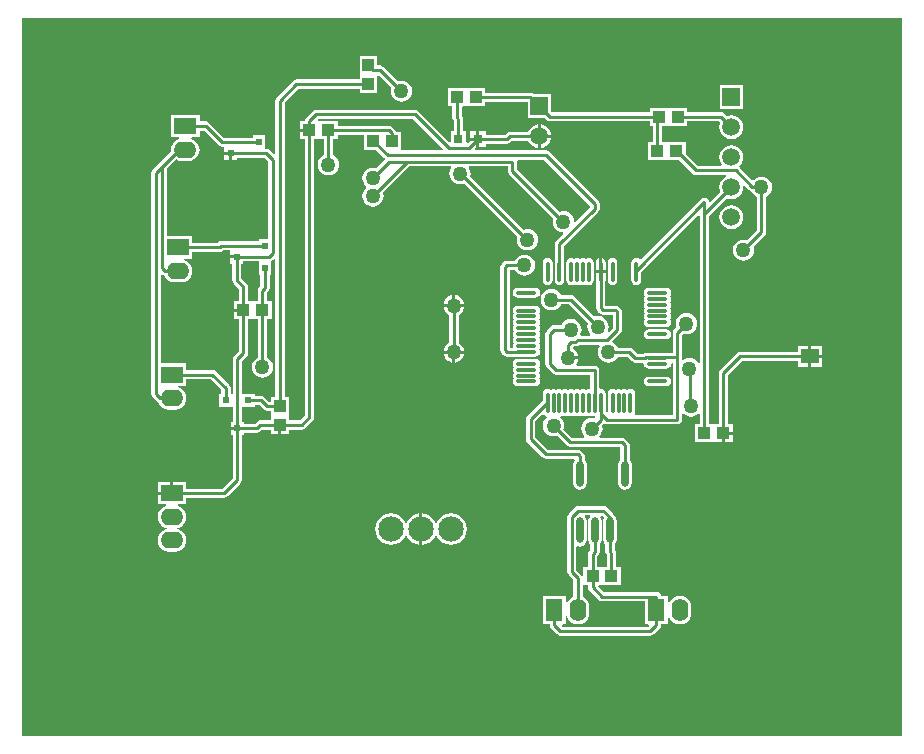
<source format=gtl>
G04*
G04 #@! TF.GenerationSoftware,Altium Limited,Altium Designer,19.1.5 (86)*
G04*
G04 Layer_Physical_Order=1*
G04 Layer_Color=255*
%FSLAX25Y25*%
%MOIN*%
G70*
G01*
G75*
%ADD15C,0.01000*%
%ADD19R,0.02441X0.02264*%
%ADD20R,0.04134X0.03937*%
%ADD21O,0.02362X0.08661*%
%ADD22R,0.06122X0.05118*%
%ADD23R,0.03937X0.04134*%
%ADD24R,0.03150X0.03150*%
%ADD25R,0.02264X0.02441*%
%ADD43O,0.07087X0.01181*%
%ADD44O,0.01181X0.07087*%
%ADD45O,0.05500X0.07500*%
%ADD46R,0.05500X0.07500*%
%ADD47R,0.05906X0.05906*%
%ADD48C,0.05906*%
%ADD49O,0.07500X0.05500*%
%ADD50R,0.07500X0.05500*%
%ADD51C,0.08465*%
%ADD52C,0.05000*%
G36*
X509971Y404366D02*
Y165029D01*
X216529D01*
Y166000D01*
Y404471D01*
X509867D01*
X509971Y404366D01*
D02*
G37*
%LPC*%
G36*
X334968Y391717D02*
X329031D01*
Y385917D01*
X329031Y385583D01*
X329031Y385083D01*
Y383880D01*
X308000D01*
X307415Y383763D01*
X306919Y383432D01*
X301419Y377932D01*
X301087Y377436D01*
X300971Y376850D01*
Y359105D01*
X300509Y358914D01*
X299081Y360341D01*
X298585Y360673D01*
X298000Y360789D01*
X297632D01*
Y365220D01*
X293368D01*
Y364529D01*
X283834D01*
X278907Y369455D01*
X278411Y369787D01*
X277826Y369903D01*
X275750D01*
Y372124D01*
X266250D01*
Y364624D01*
X268912D01*
X269021Y364154D01*
X268109Y363776D01*
X267325Y363175D01*
X266724Y362391D01*
X266347Y361479D01*
X266218Y360500D01*
X266278Y360041D01*
X262119Y355881D01*
X260119Y353881D01*
X259787Y353385D01*
X259671Y352800D01*
Y279000D01*
X259787Y278415D01*
X260119Y277919D01*
X261493Y276545D01*
X261989Y276213D01*
X262030Y276205D01*
X262224Y275735D01*
X262825Y274952D01*
X263609Y274350D01*
X264521Y273973D01*
X265500Y273844D01*
X267500D01*
X268479Y273973D01*
X269391Y274350D01*
X270175Y274952D01*
X270776Y275735D01*
X271153Y276647D01*
X271282Y277626D01*
X271153Y278605D01*
X270776Y279517D01*
X270175Y280300D01*
X269391Y280902D01*
X268479Y281279D01*
X268588Y281750D01*
X271250D01*
Y283971D01*
X279366D01*
X282990Y280347D01*
Y279132D01*
X282299D01*
Y274868D01*
X286730D01*
Y269777D01*
X286039D01*
Y268146D01*
X288260D01*
Y267146D01*
X286039D01*
Y265514D01*
X286730D01*
Y250893D01*
X283366Y247529D01*
X271250D01*
Y249750D01*
X267000D01*
Y246000D01*
X266500D01*
Y245500D01*
X261750D01*
Y242250D01*
X264412D01*
X264521Y241779D01*
X263609Y241402D01*
X262825Y240800D01*
X262224Y240017D01*
X261846Y239105D01*
X261718Y238126D01*
X261846Y237147D01*
X262224Y236235D01*
X262825Y235452D01*
X263609Y234850D01*
X264521Y234472D01*
X264759Y234441D01*
Y233937D01*
X264521Y233906D01*
X263609Y233528D01*
X262825Y232927D01*
X262224Y232143D01*
X261846Y231231D01*
X261718Y230252D01*
X261846Y229273D01*
X262224Y228361D01*
X262825Y227577D01*
X263609Y226976D01*
X264521Y226599D01*
X265500Y226470D01*
X267500D01*
X268479Y226599D01*
X269391Y226976D01*
X270175Y227577D01*
X270776Y228361D01*
X271153Y229273D01*
X271282Y230252D01*
X271153Y231231D01*
X270776Y232143D01*
X270175Y232927D01*
X269391Y233528D01*
X268479Y233906D01*
X268241Y233937D01*
Y234441D01*
X268479Y234472D01*
X269391Y234850D01*
X270175Y235452D01*
X270776Y236235D01*
X271153Y237147D01*
X271282Y238126D01*
X271153Y239105D01*
X270776Y240017D01*
X270175Y240800D01*
X269391Y241402D01*
X268479Y241779D01*
X268588Y242250D01*
X271250D01*
Y244471D01*
X284000D01*
X284585Y244587D01*
X285081Y244919D01*
X289341Y249178D01*
X289673Y249675D01*
X289789Y250260D01*
Y265514D01*
X290480D01*
Y266116D01*
X294800D01*
X295385Y266233D01*
X295881Y266564D01*
X296489Y267171D01*
X299532D01*
Y265634D01*
X302000D01*
Y268701D01*
X303000D01*
Y265634D01*
X305469D01*
Y267171D01*
X309800D01*
X310385Y267288D01*
X310881Y267619D01*
X313432Y270170D01*
X313763Y270666D01*
X313880Y271251D01*
Y364032D01*
X315417D01*
Y364032D01*
X315583D01*
Y364032D01*
X317120D01*
Y358675D01*
X316884Y358577D01*
X316153Y358016D01*
X315592Y357285D01*
X315240Y356433D01*
X315119Y355520D01*
X315240Y354606D01*
X315592Y353754D01*
X316153Y353023D01*
X316884Y352462D01*
X317736Y352110D01*
X318650Y351989D01*
X319563Y352110D01*
X320415Y352462D01*
X321146Y353023D01*
X321707Y353754D01*
X322059Y354606D01*
X322180Y355520D01*
X322059Y356433D01*
X321707Y357285D01*
X321146Y358016D01*
X320415Y358577D01*
X320179Y358675D01*
Y364032D01*
X321716D01*
Y365471D01*
X330433D01*
Y360531D01*
X334404D01*
X337297Y357639D01*
X337376Y357586D01*
X337425Y357088D01*
X334649Y354312D01*
X334414Y354410D01*
X333500Y354530D01*
X332586Y354410D01*
X331735Y354057D01*
X331004Y353496D01*
X330443Y352765D01*
X330090Y351914D01*
X329970Y351000D01*
X330090Y350086D01*
X330443Y349235D01*
X331004Y348504D01*
X331334Y348250D01*
Y347750D01*
X331004Y347496D01*
X330443Y346765D01*
X330090Y345914D01*
X329970Y345000D01*
X330090Y344086D01*
X330443Y343235D01*
X331004Y342504D01*
X331735Y341943D01*
X332586Y341590D01*
X333500Y341470D01*
X334414Y341590D01*
X335265Y341943D01*
X335996Y342504D01*
X336557Y343235D01*
X336910Y344086D01*
X337030Y345000D01*
X336910Y345914D01*
X336812Y346149D01*
X345634Y354971D01*
X359419D01*
X359640Y354522D01*
X359443Y354265D01*
X359090Y353414D01*
X358970Y352500D01*
X359090Y351586D01*
X359443Y350735D01*
X360004Y350004D01*
X360735Y349443D01*
X361586Y349090D01*
X362500Y348970D01*
X363414Y349090D01*
X364003Y349334D01*
X381688Y331649D01*
X381590Y331414D01*
X381470Y330500D01*
X381590Y329586D01*
X381943Y328735D01*
X382504Y328004D01*
X383235Y327443D01*
X384086Y327090D01*
X385000Y326970D01*
X385914Y327090D01*
X386765Y327443D01*
X387496Y328004D01*
X388057Y328735D01*
X388410Y329586D01*
X388530Y330500D01*
X388410Y331414D01*
X388057Y332265D01*
X387496Y332996D01*
X386765Y333557D01*
X385914Y333910D01*
X385000Y334030D01*
X384086Y333910D01*
X383851Y333812D01*
X365929Y351734D01*
X366030Y352500D01*
X365910Y353414D01*
X365557Y354265D01*
X365360Y354522D01*
X365581Y354971D01*
X378471D01*
Y353500D01*
X378587Y352915D01*
X378919Y352419D01*
X393688Y337649D01*
X393590Y337414D01*
X393470Y336500D01*
X393590Y335586D01*
X393943Y334735D01*
X394504Y334004D01*
X395235Y333443D01*
X396086Y333090D01*
X396799Y332996D01*
X397003Y332492D01*
X394592Y330081D01*
X394260Y329585D01*
X394144Y329000D01*
Y323267D01*
X394052Y322803D01*
Y316898D01*
X394175Y316277D01*
X394527Y315751D01*
X395053Y315399D01*
X395673Y315276D01*
X396294Y315399D01*
X396820Y315751D01*
X397171Y316277D01*
X397295Y316898D01*
Y322803D01*
X397203Y323267D01*
Y328366D01*
X408581Y339745D01*
X408913Y340242D01*
X409029Y340827D01*
Y342500D01*
X408913Y343085D01*
X408581Y343581D01*
X392361Y359802D01*
X391865Y360133D01*
X391280Y360250D01*
X367566D01*
X367375Y360712D01*
X368000Y361337D01*
Y363500D01*
X365837D01*
X365079Y362742D01*
X364579Y362949D01*
Y366575D01*
X363533D01*
Y370700D01*
X363417Y371285D01*
X363085Y371781D01*
X363029Y371837D01*
Y374678D01*
X363383Y375031D01*
X364567Y375031D01*
X365067Y375031D01*
X370866D01*
Y376471D01*
X385047D01*
Y371047D01*
X390790D01*
X391419Y370419D01*
X391915Y370087D01*
X392500Y369971D01*
X425783D01*
Y368531D01*
X426821D01*
Y362968D01*
X425283D01*
Y357031D01*
X431083D01*
X431417Y357031D01*
X431917Y357031D01*
X435554D01*
X440119Y352466D01*
X440616Y352134D01*
X441201Y352018D01*
X451064D01*
X451164Y351518D01*
X451007Y351453D01*
X450181Y350819D01*
X449547Y349993D01*
X449149Y349032D01*
X449013Y348000D01*
X449149Y346968D01*
X449341Y346504D01*
X445996Y343159D01*
X445454Y343324D01*
X445413Y343529D01*
X445081Y344025D01*
X444585Y344356D01*
X444000Y344473D01*
X443415Y344356D01*
X442919Y344025D01*
X442850Y343922D01*
X422836Y323908D01*
X422410Y323950D01*
X421884Y324301D01*
X421264Y324425D01*
X420643Y324301D01*
X420117Y323950D01*
X419766Y323424D01*
X419642Y322803D01*
Y316898D01*
X419766Y316277D01*
X420117Y315751D01*
X420643Y315399D01*
X421264Y315276D01*
X421884Y315399D01*
X422410Y315751D01*
X422762Y316277D01*
X422886Y316898D01*
Y319632D01*
X441971Y338717D01*
X442471Y338510D01*
Y289507D01*
X441971Y289378D01*
X441496Y289996D01*
X440765Y290557D01*
X439914Y290910D01*
X439000Y291030D01*
X438086Y290910D01*
X437235Y290557D01*
X436978Y290360D01*
X436529Y290581D01*
Y298856D01*
X436906Y299165D01*
X437086Y299090D01*
X438000Y298970D01*
X438914Y299090D01*
X439765Y299443D01*
X440496Y300004D01*
X441057Y300735D01*
X441410Y301586D01*
X441530Y302500D01*
X441410Y303414D01*
X441057Y304265D01*
X440496Y304996D01*
X439765Y305557D01*
X438914Y305910D01*
X438000Y306030D01*
X437086Y305910D01*
X436235Y305557D01*
X435504Y304996D01*
X434943Y304265D01*
X434590Y303414D01*
X434470Y302500D01*
X434590Y301586D01*
X434688Y301351D01*
X433919Y300581D01*
X433587Y300085D01*
X433471Y299500D01*
Y292762D01*
X428350D01*
X428350Y292762D01*
X424532D01*
X423946Y292645D01*
X423773Y292529D01*
X421633D01*
X420081Y294081D01*
X419585Y294413D01*
X419000Y294529D01*
X415155D01*
X415057Y294765D01*
X414496Y295496D01*
X413765Y296057D01*
X413442Y296191D01*
X413344Y296681D01*
X416081Y299419D01*
X416413Y299915D01*
X416529Y300500D01*
Y306414D01*
X416413Y306999D01*
X416081Y307496D01*
X415496Y308081D01*
X414999Y308413D01*
X414414Y308529D01*
X410982D01*
Y316434D01*
X411074Y316898D01*
Y319350D01*
X407831D01*
Y316898D01*
X407923Y316434D01*
Y307586D01*
X408040Y307000D01*
X408371Y306504D01*
X408957Y305919D01*
X409453Y305587D01*
X410039Y305471D01*
X413471D01*
Y301133D01*
X412117Y299780D01*
X411693Y300063D01*
X411910Y300586D01*
X412030Y301500D01*
X411910Y302414D01*
X411557Y303265D01*
X410996Y303996D01*
X410265Y304557D01*
X409414Y304910D01*
X408500Y305030D01*
X407586Y304910D01*
X407351Y304812D01*
X400581Y311581D01*
X400085Y311913D01*
X399500Y312029D01*
X396155D01*
X396057Y312265D01*
X395496Y312996D01*
X394765Y313557D01*
X393914Y313910D01*
X393000Y314030D01*
X392086Y313910D01*
X391235Y313557D01*
X390504Y312996D01*
X389943Y312265D01*
X389590Y311414D01*
X389470Y310500D01*
X389590Y309586D01*
X389943Y308735D01*
X390504Y308004D01*
X391235Y307443D01*
X392086Y307090D01*
X393000Y306970D01*
X393914Y307090D01*
X394765Y307443D01*
X395496Y308004D01*
X396057Y308735D01*
X396155Y308971D01*
X398867D01*
X405188Y302649D01*
X405090Y302414D01*
X404970Y301500D01*
X405090Y300586D01*
X405443Y299735D01*
X405984Y299029D01*
X405956Y298858D01*
X405844Y298529D01*
X403005D01*
X402679Y299029D01*
X402910Y299586D01*
X403030Y300500D01*
X402910Y301414D01*
X402557Y302265D01*
X401996Y302996D01*
X401265Y303557D01*
X400414Y303910D01*
X399500Y304030D01*
X398586Y303910D01*
X397735Y303557D01*
X397004Y302996D01*
X396443Y302265D01*
X396345Y302029D01*
X394000D01*
X393415Y301913D01*
X392919Y301581D01*
X391419Y300081D01*
X391087Y299585D01*
X390971Y299000D01*
Y289000D01*
X391087Y288415D01*
X391419Y287919D01*
X393419Y285919D01*
X393915Y285587D01*
X394500Y285471D01*
X405436D01*
X405516Y285455D01*
X405955D01*
Y281031D01*
X405568Y280714D01*
X405516Y280724D01*
X404895Y280601D01*
X404531Y280358D01*
X404168Y280601D01*
X403547Y280724D01*
X402927Y280601D01*
X402563Y280358D01*
X402199Y280601D01*
X401579Y280724D01*
X400958Y280601D01*
X400595Y280358D01*
X400231Y280601D01*
X399610Y280724D01*
X398990Y280601D01*
X398626Y280358D01*
X398262Y280601D01*
X397642Y280724D01*
X397021Y280601D01*
X396657Y280358D01*
X396294Y280601D01*
X395673Y280724D01*
X395053Y280601D01*
X394689Y280358D01*
X394325Y280601D01*
X393705Y280724D01*
X393084Y280601D01*
X392721Y280358D01*
X392357Y280601D01*
X391736Y280724D01*
X391116Y280601D01*
X390589Y280249D01*
X390238Y279723D01*
X390114Y279102D01*
Y276813D01*
X385004Y271703D01*
X384673Y271206D01*
X384556Y270621D01*
Y264000D01*
X384673Y263415D01*
X385004Y262919D01*
X390004Y257919D01*
X390500Y257587D01*
X391086Y257471D01*
X400545D01*
X400794Y256971D01*
X400445Y256449D01*
X400276Y255598D01*
Y249299D01*
X400445Y248448D01*
X400927Y247727D01*
X401649Y247245D01*
X402500Y247075D01*
X403351Y247245D01*
X404073Y247727D01*
X404555Y248448D01*
X404724Y249299D01*
Y255598D01*
X404555Y256449D01*
X404073Y257171D01*
X404029Y257200D01*
Y258414D01*
X403913Y258999D01*
X403581Y259496D01*
X402996Y260081D01*
X402499Y260413D01*
X401914Y260529D01*
X391719D01*
X387615Y264633D01*
Y269988D01*
X389864Y272236D01*
X390508Y272173D01*
X390589Y272050D01*
X391116Y271699D01*
X391264Y271669D01*
X391389Y271134D01*
X391209Y270996D01*
X390648Y270265D01*
X390295Y269414D01*
X390175Y268500D01*
X390295Y267586D01*
X390648Y266735D01*
X391209Y266004D01*
X391940Y265443D01*
X392791Y265090D01*
X393705Y264970D01*
X394619Y265090D01*
X394854Y265188D01*
X398123Y261919D01*
X398620Y261587D01*
X399205Y261471D01*
X415867D01*
X415971Y261367D01*
Y257200D01*
X415928Y257171D01*
X415445Y256449D01*
X415276Y255598D01*
Y249299D01*
X415445Y248448D01*
X415928Y247727D01*
X416649Y247245D01*
X417500Y247075D01*
X418351Y247245D01*
X419072Y247727D01*
X419555Y248448D01*
X419724Y249299D01*
Y255598D01*
X419555Y256449D01*
X419072Y257171D01*
X419029Y257200D01*
Y262000D01*
X418913Y262585D01*
X418581Y263081D01*
X417581Y264081D01*
X417085Y264413D01*
X416500Y264529D01*
X409156D01*
X409044Y264858D01*
X409016Y265029D01*
X409557Y265735D01*
X409910Y266586D01*
X410030Y267500D01*
X409910Y268414D01*
X409812Y268649D01*
X410495Y269332D01*
X410861Y269087D01*
X411446Y268971D01*
X435000D01*
X435585Y269087D01*
X436081Y269419D01*
X436413Y269915D01*
X436529Y270500D01*
Y272344D01*
X436858Y272456D01*
X437029Y272484D01*
X437735Y271943D01*
X438586Y271590D01*
X439500Y271470D01*
X440414Y271590D01*
X441265Y271943D01*
X441971Y272484D01*
X442142Y272456D01*
X442471Y272344D01*
Y268969D01*
X440933D01*
Y263032D01*
X446732D01*
X447067Y263032D01*
X447567Y263032D01*
X449799D01*
Y266000D01*
X450299D01*
Y266500D01*
X453366D01*
Y268969D01*
X451829D01*
Y285308D01*
X456634Y290112D01*
X475089D01*
Y288083D01*
X478650D01*
Y291642D01*
Y295201D01*
X475089D01*
Y293171D01*
X456000D01*
X455415Y293055D01*
X454919Y292723D01*
X449218Y287022D01*
X448886Y286526D01*
X448770Y285941D01*
Y269322D01*
X448416Y268969D01*
X447232Y268969D01*
X446732Y268969D01*
X445529D01*
Y338367D01*
X451504Y344341D01*
X451968Y344149D01*
X453000Y344013D01*
X454032Y344149D01*
X454993Y344547D01*
X455819Y345181D01*
X456453Y346007D01*
X456851Y346968D01*
X456987Y348000D01*
X456959Y348208D01*
X457408Y348429D01*
X458919Y346919D01*
X459415Y346587D01*
X459831Y346504D01*
X459943Y346235D01*
X460504Y345504D01*
X461235Y344943D01*
X461471Y344845D01*
Y333633D01*
X458149Y330312D01*
X457914Y330410D01*
X457000Y330530D01*
X456086Y330410D01*
X455235Y330057D01*
X454504Y329496D01*
X453943Y328765D01*
X453590Y327914D01*
X453470Y327000D01*
X453590Y326086D01*
X453943Y325235D01*
X454504Y324504D01*
X455235Y323943D01*
X456086Y323590D01*
X457000Y323470D01*
X457914Y323590D01*
X458765Y323943D01*
X459496Y324504D01*
X460057Y325235D01*
X460410Y326086D01*
X460530Y327000D01*
X460410Y327914D01*
X460312Y328149D01*
X464081Y331919D01*
X464413Y332415D01*
X464529Y333000D01*
Y344845D01*
X464765Y344943D01*
X465496Y345504D01*
X466057Y346235D01*
X466410Y347086D01*
X466530Y348000D01*
X466410Y348914D01*
X466057Y349765D01*
X465496Y350496D01*
X464765Y351057D01*
X463914Y351410D01*
X463000Y351530D01*
X462086Y351410D01*
X461235Y351057D01*
X460504Y350496D01*
X460371Y350323D01*
X459872Y350291D01*
X455702Y354461D01*
X455675Y355070D01*
X455819Y355181D01*
X456453Y356007D01*
X456851Y356968D01*
X456987Y358000D01*
X456851Y359032D01*
X456453Y359993D01*
X455819Y360819D01*
X454993Y361453D01*
X454032Y361851D01*
X453000Y361987D01*
X451968Y361851D01*
X451007Y361453D01*
X450181Y360819D01*
X449547Y359993D01*
X449149Y359032D01*
X449013Y358000D01*
X449149Y356968D01*
X449547Y356007D01*
X449877Y355577D01*
X449631Y355077D01*
X441834D01*
X437716Y359194D01*
Y362968D01*
X431917D01*
X431583Y362968D01*
X431083Y362968D01*
X429880D01*
Y368531D01*
X431583D01*
X431917Y368531D01*
X432417Y368531D01*
X438216D01*
Y369971D01*
X448867D01*
X449341Y369496D01*
X449149Y369032D01*
X449013Y368000D01*
X449149Y366968D01*
X449547Y366007D01*
X450181Y365181D01*
X451007Y364547D01*
X451968Y364149D01*
X453000Y364013D01*
X454032Y364149D01*
X454993Y364547D01*
X455819Y365181D01*
X456453Y366007D01*
X456851Y366968D01*
X456987Y368000D01*
X456851Y369032D01*
X456453Y369993D01*
X455819Y370819D01*
X454993Y371453D01*
X454032Y371851D01*
X453000Y371987D01*
X451968Y371851D01*
X451504Y371659D01*
X450581Y372581D01*
X450085Y372913D01*
X449500Y373029D01*
X438216D01*
Y374468D01*
X432417D01*
X432083Y374468D01*
X431583Y374468D01*
X425783D01*
Y373029D01*
X393133D01*
X392953Y373210D01*
Y378953D01*
X387210D01*
X387081Y379081D01*
X386585Y379413D01*
X386000Y379529D01*
X370866D01*
Y380968D01*
X365067D01*
X364732Y380968D01*
X364232Y380968D01*
X358433D01*
Y375031D01*
X359971D01*
Y371204D01*
X360087Y370619D01*
X360419Y370123D01*
X360475Y370066D01*
Y366575D01*
X359429D01*
Y363187D01*
X358967Y362996D01*
X348581Y373381D01*
X348085Y373713D01*
X347500Y373829D01*
X314650D01*
X314065Y373713D01*
X313569Y373381D01*
X311269Y371081D01*
X310937Y370585D01*
X310821Y370000D01*
Y369969D01*
X309283D01*
Y367500D01*
X312350D01*
Y366500D01*
X309283D01*
Y364032D01*
X310821D01*
Y271885D01*
X309167Y270230D01*
X305469D01*
Y271768D01*
X305469D01*
Y271933D01*
X305469D01*
Y278067D01*
X304029D01*
Y376217D01*
X308633Y380821D01*
X329031D01*
Y379283D01*
X334968D01*
Y385161D01*
X335469Y385369D01*
X339688Y381149D01*
X339590Y380914D01*
X339470Y380000D01*
X339590Y379086D01*
X339943Y378235D01*
X340504Y377504D01*
X341235Y376943D01*
X342086Y376590D01*
X343000Y376470D01*
X343914Y376590D01*
X344765Y376943D01*
X345496Y377504D01*
X346057Y378235D01*
X346410Y379086D01*
X346530Y380000D01*
X346410Y380914D01*
X346057Y381765D01*
X345496Y382496D01*
X344765Y383057D01*
X343914Y383410D01*
X343000Y383530D01*
X342086Y383410D01*
X341851Y383312D01*
X336999Y388164D01*
X336503Y388496D01*
X335917Y388612D01*
X334968D01*
Y391717D01*
D02*
G37*
G36*
X456953Y381953D02*
X449047D01*
Y374047D01*
X456953D01*
Y381953D01*
D02*
G37*
G36*
X388500Y368921D02*
X387968Y368851D01*
X387007Y368453D01*
X386181Y367819D01*
X385547Y366993D01*
X385355Y366529D01*
X379200D01*
X378615Y366413D01*
X378119Y366081D01*
X377567Y365529D01*
X371075D01*
Y366575D01*
X369000D01*
Y364000D01*
Y361425D01*
X371075D01*
Y362471D01*
X378200D01*
X378785Y362587D01*
X379281Y362919D01*
X379834Y363471D01*
X385355D01*
X385547Y363007D01*
X386181Y362181D01*
X387007Y361547D01*
X387968Y361149D01*
X388500Y361079D01*
Y365000D01*
X389000D01*
D01*
X388500D01*
Y368921D01*
D02*
G37*
G36*
X389500D02*
Y365500D01*
X392921D01*
X392851Y366032D01*
X392453Y366993D01*
X391819Y367819D01*
X390993Y368453D01*
X390032Y368851D01*
X389500Y368921D01*
D02*
G37*
G36*
X368000Y366575D02*
X365925D01*
Y364500D01*
X368000D01*
Y366575D01*
D02*
G37*
G36*
X392921Y364500D02*
X389500D01*
Y361079D01*
X390032Y361149D01*
X390993Y361547D01*
X391819Y362181D01*
X392453Y363007D01*
X392851Y363968D01*
X392921Y364500D01*
D02*
G37*
G36*
X453000Y341987D02*
X451968Y341851D01*
X451007Y341453D01*
X450181Y340819D01*
X449547Y339993D01*
X449149Y339032D01*
X449013Y338000D01*
X449149Y336968D01*
X449547Y336007D01*
X450181Y335181D01*
X451007Y334547D01*
X451968Y334149D01*
X453000Y334013D01*
X454032Y334149D01*
X454993Y334547D01*
X455819Y335181D01*
X456453Y336007D01*
X456851Y336968D01*
X456987Y338000D01*
X456851Y339032D01*
X456453Y339993D01*
X455819Y340819D01*
X454993Y341453D01*
X454032Y341851D01*
X453000Y341987D01*
D02*
G37*
G36*
X405516Y324425D02*
X404895Y324301D01*
X404531Y324058D01*
X404168Y324301D01*
X403547Y324425D01*
X402927Y324301D01*
X402563Y324059D01*
X402199Y324301D01*
X401579Y324425D01*
X400958Y324301D01*
X400595Y324058D01*
X400231Y324301D01*
X399610Y324425D01*
X398990Y324301D01*
X398464Y323950D01*
X398112Y323424D01*
X397989Y322803D01*
Y316898D01*
X398112Y316277D01*
X398464Y315751D01*
X398990Y315399D01*
X399610Y315276D01*
X400231Y315399D01*
X400595Y315642D01*
X400958Y315399D01*
X401579Y315276D01*
X402199Y315399D01*
X402563Y315642D01*
X402927Y315399D01*
X403547Y315276D01*
X404168Y315399D01*
X404531Y315642D01*
X404895Y315399D01*
X405516Y315276D01*
X406136Y315399D01*
X406663Y315751D01*
X407014Y316277D01*
X407137Y316898D01*
Y322803D01*
X407014Y323424D01*
X406663Y323950D01*
X406136Y324301D01*
X405516Y324425D01*
D02*
G37*
G36*
X409953Y324325D02*
Y320350D01*
X411074D01*
Y322803D01*
X410951Y323424D01*
X410600Y323950D01*
X410073Y324301D01*
X409953Y324325D01*
D02*
G37*
G36*
X408953D02*
X408832Y324301D01*
X408306Y323950D01*
X407955Y323424D01*
X407831Y322803D01*
Y320350D01*
X408953D01*
Y324325D01*
D02*
G37*
G36*
X384000Y325530D02*
X383086Y325410D01*
X382235Y325057D01*
X381504Y324496D01*
X380943Y323765D01*
X380845Y323529D01*
X378086D01*
X377501Y323413D01*
X377004Y323081D01*
X376419Y322496D01*
X376087Y322000D01*
X375971Y321414D01*
Y293542D01*
X376087Y292957D01*
X376419Y292461D01*
X377004Y291875D01*
X377501Y291544D01*
X378086Y291427D01*
X384650D01*
X384800Y291457D01*
X387602D01*
X388223Y291581D01*
X388749Y291932D01*
X389101Y292458D01*
X389224Y293079D01*
X389101Y293699D01*
X388858Y294063D01*
X389101Y294427D01*
X389224Y295047D01*
X389101Y295668D01*
X388858Y296031D01*
X389101Y296395D01*
X389224Y297016D01*
X389101Y297636D01*
X388858Y298000D01*
X389101Y298364D01*
X389224Y298984D01*
X389101Y299605D01*
X388858Y299969D01*
X389101Y300332D01*
X389224Y300953D01*
X389101Y301573D01*
X388858Y301937D01*
X389101Y302301D01*
X389224Y302921D01*
X389101Y303542D01*
X388858Y303906D01*
X389101Y304269D01*
X389224Y304890D01*
X389101Y305510D01*
X388858Y305874D01*
X389101Y306238D01*
X389224Y306858D01*
X389101Y307479D01*
X388749Y308005D01*
X388223Y308356D01*
X387602Y308480D01*
X381697D01*
X381076Y308356D01*
X380550Y308005D01*
X380199Y307479D01*
X380075Y306858D01*
X380199Y306238D01*
X380441Y305874D01*
X380199Y305510D01*
X380075Y304890D01*
X380199Y304269D01*
X380442Y303906D01*
X380199Y303542D01*
X380075Y302921D01*
X380199Y302301D01*
X380441Y301937D01*
X380199Y301573D01*
X380075Y300953D01*
X380199Y300332D01*
X380442Y299969D01*
X380199Y299605D01*
X380075Y298984D01*
X380199Y298364D01*
X380441Y298000D01*
X380199Y297636D01*
X380075Y297016D01*
X380199Y296395D01*
X380442Y296031D01*
X380199Y295668D01*
X380075Y295047D01*
X380110Y294873D01*
X379793Y294486D01*
X379029D01*
Y320471D01*
X380845D01*
X380943Y320235D01*
X381504Y319504D01*
X382235Y318943D01*
X383086Y318590D01*
X384000Y318470D01*
X384914Y318590D01*
X385765Y318943D01*
X386496Y319504D01*
X387057Y320235D01*
X387410Y321086D01*
X387530Y322000D01*
X387410Y322914D01*
X387057Y323765D01*
X386496Y324496D01*
X385765Y325057D01*
X384914Y325410D01*
X384000Y325530D01*
D02*
G37*
G36*
X413390Y324425D02*
X412769Y324301D01*
X412243Y323950D01*
X411892Y323424D01*
X411768Y322803D01*
Y316898D01*
X411892Y316277D01*
X412243Y315751D01*
X412769Y315399D01*
X413390Y315276D01*
X414010Y315399D01*
X414537Y315751D01*
X414888Y316277D01*
X415012Y316898D01*
Y322803D01*
X414888Y323424D01*
X414537Y323950D01*
X414010Y324301D01*
X413390Y324425D01*
D02*
G37*
G36*
X391736D02*
X391116Y324301D01*
X390589Y323950D01*
X390238Y323424D01*
X390114Y322803D01*
Y316898D01*
X390238Y316277D01*
X390589Y315751D01*
X391116Y315399D01*
X391736Y315276D01*
X392357Y315399D01*
X392883Y315751D01*
X393234Y316277D01*
X393358Y316898D01*
Y322803D01*
X393234Y323424D01*
X392883Y323950D01*
X392357Y324301D01*
X391736Y324425D01*
D02*
G37*
G36*
X387602Y314386D02*
X381697D01*
X381076Y314262D01*
X380550Y313911D01*
X380199Y313384D01*
X380075Y312764D01*
X380199Y312143D01*
X380550Y311617D01*
X381076Y311265D01*
X381697Y311142D01*
X387602D01*
X388223Y311265D01*
X388749Y311617D01*
X389101Y312143D01*
X389224Y312764D01*
X389101Y313384D01*
X388749Y313911D01*
X388223Y314262D01*
X387602Y314386D01*
D02*
G37*
G36*
X361000Y311964D02*
Y309000D01*
X363964D01*
X363910Y309414D01*
X363557Y310265D01*
X362996Y310996D01*
X362265Y311557D01*
X361414Y311910D01*
X361000Y311964D01*
D02*
G37*
G36*
X360000D02*
X359586Y311910D01*
X358735Y311557D01*
X358004Y310996D01*
X357443Y310265D01*
X357090Y309414D01*
X357036Y309000D01*
X360000D01*
Y311964D01*
D02*
G37*
G36*
X431303Y314386D02*
X425398D01*
X424777Y314262D01*
X424251Y313911D01*
X423899Y313384D01*
X423776Y312764D01*
X423899Y312143D01*
X424142Y311779D01*
X423899Y311416D01*
X423776Y310795D01*
X423899Y310175D01*
X424142Y309811D01*
X423899Y309447D01*
X423776Y308827D01*
X423899Y308206D01*
X424142Y307842D01*
X423899Y307479D01*
X423776Y306858D01*
X423899Y306238D01*
X424142Y305874D01*
X423899Y305510D01*
X423776Y304890D01*
X423899Y304269D01*
X424142Y303906D01*
X423899Y303542D01*
X423776Y302921D01*
X423899Y302301D01*
X424251Y301775D01*
X424777Y301423D01*
X425398Y301300D01*
X431303D01*
X431924Y301423D01*
X432450Y301775D01*
X432801Y302301D01*
X432925Y302921D01*
X432801Y303542D01*
X432558Y303906D01*
X432801Y304269D01*
X432925Y304890D01*
X432801Y305510D01*
X432558Y305874D01*
X432801Y306238D01*
X432925Y306858D01*
X432801Y307479D01*
X432558Y307842D01*
X432801Y308206D01*
X432925Y308827D01*
X432801Y309447D01*
X432558Y309811D01*
X432801Y310175D01*
X432925Y310795D01*
X432801Y311416D01*
X432558Y311779D01*
X432801Y312143D01*
X432925Y312764D01*
X432801Y313384D01*
X432450Y313911D01*
X431924Y314262D01*
X431303Y314386D01*
D02*
G37*
G36*
Y300606D02*
X425398D01*
X424777Y300483D01*
X424251Y300131D01*
X423899Y299605D01*
X423776Y298984D01*
X423899Y298364D01*
X424251Y297837D01*
X424777Y297486D01*
X425398Y297362D01*
X431303D01*
X431924Y297486D01*
X432450Y297837D01*
X432801Y298364D01*
X432925Y298984D01*
X432801Y299605D01*
X432450Y300131D01*
X431924Y300483D01*
X431303Y300606D01*
D02*
G37*
G36*
X363964Y308000D02*
X357036D01*
X357090Y307586D01*
X357443Y306735D01*
X358004Y306004D01*
X358735Y305443D01*
X358971Y305345D01*
Y296155D01*
X358735Y296057D01*
X358004Y295496D01*
X357443Y294765D01*
X357090Y293914D01*
X357036Y293500D01*
X363964D01*
X363910Y293914D01*
X363557Y294765D01*
X362996Y295496D01*
X362265Y296057D01*
X362029Y296155D01*
Y305345D01*
X362265Y305443D01*
X362996Y306004D01*
X363557Y306735D01*
X363910Y307586D01*
X363964Y308000D01*
D02*
G37*
G36*
X483211Y295201D02*
X479650D01*
Y292142D01*
X483211D01*
Y295201D01*
D02*
G37*
G36*
X363964Y292500D02*
X361000D01*
Y289536D01*
X361414Y289590D01*
X362265Y289943D01*
X362996Y290504D01*
X363557Y291235D01*
X363910Y292086D01*
X363964Y292500D01*
D02*
G37*
G36*
X360000D02*
X357036D01*
X357090Y292086D01*
X357443Y291235D01*
X358004Y290504D01*
X358735Y289943D01*
X359586Y289590D01*
X360000Y289536D01*
Y292500D01*
D02*
G37*
G36*
X483211Y291142D02*
X479650D01*
Y288083D01*
X483211D01*
Y291142D01*
D02*
G37*
G36*
X387602Y290763D02*
X381697D01*
X381076Y290640D01*
X380550Y290288D01*
X380199Y289762D01*
X380075Y289142D01*
X380199Y288521D01*
X380442Y288158D01*
X380199Y287794D01*
X380075Y287173D01*
X380199Y286553D01*
X380441Y286189D01*
X380199Y285825D01*
X380075Y285205D01*
X380199Y284584D01*
X380442Y284221D01*
X380199Y283857D01*
X380075Y283236D01*
X380199Y282616D01*
X380550Y282089D01*
X381076Y281738D01*
X381697Y281614D01*
X387602D01*
X388223Y281738D01*
X388749Y282089D01*
X389101Y282616D01*
X389224Y283236D01*
X389101Y283857D01*
X388858Y284221D01*
X389101Y284584D01*
X389224Y285205D01*
X389101Y285825D01*
X388858Y286189D01*
X389101Y286553D01*
X389224Y287173D01*
X389101Y287794D01*
X388858Y288158D01*
X389101Y288521D01*
X389224Y289142D01*
X389101Y289762D01*
X388749Y290288D01*
X388223Y290640D01*
X387602Y290763D01*
D02*
G37*
G36*
X453366Y265500D02*
X450799D01*
Y263032D01*
X453366D01*
Y265500D01*
D02*
G37*
G36*
X266000Y249750D02*
X261750D01*
Y246500D01*
X266000D01*
Y249750D01*
D02*
G37*
G36*
X359500Y239277D02*
X358134Y239098D01*
X356861Y238570D01*
X355768Y237732D01*
X354930Y236639D01*
X354750Y236205D01*
X354250D01*
X354070Y236639D01*
X353232Y237732D01*
X352139Y238570D01*
X350866Y239098D01*
X350000Y239212D01*
Y234000D01*
Y228788D01*
X350866Y228902D01*
X352139Y229430D01*
X353232Y230268D01*
X354070Y231361D01*
X354250Y231795D01*
X354750D01*
X354930Y231361D01*
X355768Y230268D01*
X356861Y229430D01*
X358134Y228902D01*
X359500Y228723D01*
X360866Y228902D01*
X362139Y229430D01*
X363232Y230268D01*
X364070Y231361D01*
X364598Y232634D01*
X364777Y234000D01*
X364598Y235366D01*
X364070Y236639D01*
X363232Y237732D01*
X362139Y238570D01*
X360866Y239098D01*
X359500Y239277D01*
D02*
G37*
G36*
X339500D02*
X338134Y239098D01*
X336861Y238570D01*
X335768Y237732D01*
X334930Y236639D01*
X334402Y235366D01*
X334223Y234000D01*
X334402Y232634D01*
X334930Y231361D01*
X335768Y230268D01*
X336861Y229430D01*
X338134Y228902D01*
X339500Y228723D01*
X340866Y228902D01*
X342139Y229430D01*
X343232Y230268D01*
X344070Y231361D01*
X344250Y231795D01*
X344750D01*
X344930Y231361D01*
X345768Y230268D01*
X346861Y229430D01*
X348134Y228902D01*
X349000Y228788D01*
Y234000D01*
Y239212D01*
X348134Y239098D01*
X346861Y238570D01*
X345768Y237732D01*
X344930Y236639D01*
X344750Y236205D01*
X344250D01*
X344070Y236639D01*
X343232Y237732D01*
X342139Y238570D01*
X340866Y239098D01*
X339500Y239277D01*
D02*
G37*
G36*
X410300Y241729D02*
X402000D01*
X401415Y241613D01*
X400919Y241281D01*
X398719Y239081D01*
X398387Y238585D01*
X398271Y238000D01*
Y219800D01*
X398387Y219215D01*
X398719Y218719D01*
X400345Y217092D01*
Y211425D01*
X399983Y211276D01*
X399200Y210675D01*
X398598Y209891D01*
X398220Y208979D01*
X397750Y209088D01*
Y211750D01*
X390250D01*
Y202250D01*
X392471D01*
Y202000D01*
X392587Y201415D01*
X392919Y200919D01*
X394919Y198919D01*
X395415Y198587D01*
X396000Y198471D01*
X426000D01*
X426585Y198587D01*
X427081Y198919D01*
X429081Y200919D01*
X429413Y201415D01*
X429529Y202000D01*
Y202250D01*
X431750D01*
Y204912D01*
X432221Y205021D01*
X432598Y204109D01*
X433200Y203326D01*
X433983Y202724D01*
X434895Y202346D01*
X435874Y202218D01*
X436853Y202346D01*
X437765Y202724D01*
X438549Y203326D01*
X439150Y204109D01*
X439528Y205021D01*
X439656Y206000D01*
Y208000D01*
X439528Y208979D01*
X439150Y209891D01*
X438549Y210675D01*
X437765Y211276D01*
X436853Y211653D01*
X435874Y211782D01*
X434895Y211653D01*
X433983Y211276D01*
X433200Y210675D01*
X432598Y209891D01*
X432221Y208979D01*
X431750Y209088D01*
Y211750D01*
X429480D01*
X429413Y212085D01*
X429081Y212581D01*
X428585Y212913D01*
X428000Y213029D01*
X410534D01*
X408532Y215032D01*
X408739Y215531D01*
X409768D01*
Y215531D01*
X409933D01*
Y215531D01*
X416067D01*
Y221468D01*
X414529D01*
Y226000D01*
X414413Y226585D01*
X414081Y227081D01*
X414029Y227133D01*
Y228800D01*
X414073Y228829D01*
X414555Y229551D01*
X414724Y230402D01*
Y236701D01*
X414555Y237552D01*
X414073Y238273D01*
X413960Y238348D01*
X413913Y238585D01*
X413581Y239081D01*
X411381Y241281D01*
X410885Y241613D01*
X410300Y241729D01*
D02*
G37*
%LPD*%
G36*
X356925Y360712D02*
X356734Y360250D01*
X343249D01*
X342866Y360531D01*
Y366469D01*
X341235D01*
X341212Y366585D01*
X340881Y367081D01*
X339881Y368081D01*
X339385Y368413D01*
X338799Y368529D01*
X321716D01*
Y369969D01*
X315583D01*
Y369969D01*
X315417D01*
X315272Y370066D01*
X315184Y370671D01*
X315284Y370771D01*
X346866D01*
X356925Y360712D01*
D02*
G37*
G36*
X282119Y361919D02*
X282615Y361587D01*
X283200Y361471D01*
X284014D01*
Y359760D01*
X286146D01*
Y359260D01*
X286646D01*
Y357039D01*
X288278D01*
Y357730D01*
X297366D01*
X298671Y356426D01*
Y330720D01*
X295368D01*
Y330029D01*
X283000D01*
X282415Y329913D01*
X281919Y329581D01*
X281740Y329403D01*
X273250D01*
Y331624D01*
X264729D01*
Y354167D01*
X267927Y357364D01*
X268109Y357224D01*
X269021Y356846D01*
X270000Y356718D01*
X272000D01*
X272979Y356846D01*
X273891Y357224D01*
X274675Y357825D01*
X275276Y358609D01*
X275654Y359521D01*
X275782Y360500D01*
X275654Y361479D01*
X275276Y362391D01*
X274675Y363175D01*
X273891Y363776D01*
X272979Y364154D01*
X273088Y364624D01*
X275750D01*
Y366845D01*
X277192D01*
X282119Y361919D01*
D02*
G37*
G36*
X405971Y341866D02*
Y341460D01*
X401008Y336497D01*
X400504Y336701D01*
X400410Y337414D01*
X400057Y338265D01*
X399496Y338996D01*
X398765Y339557D01*
X397914Y339910D01*
X397000Y340030D01*
X396086Y339910D01*
X395851Y339812D01*
X381529Y354134D01*
Y356500D01*
X381491Y356691D01*
X381898Y357191D01*
X390646D01*
X405971Y341866D01*
D02*
G37*
G36*
X286014Y325260D02*
X288146D01*
Y324260D01*
X286014D01*
Y322539D01*
X286616D01*
Y316905D01*
X286733Y316319D01*
X287064Y315823D01*
X288821Y314067D01*
Y309968D01*
X287283D01*
Y307500D01*
X290350D01*
Y306500D01*
X287283D01*
Y304031D01*
X288821D01*
Y293334D01*
X287178Y291691D01*
X286847Y291195D01*
X286730Y290609D01*
Y279132D01*
X286049D01*
Y280980D01*
X285933Y281566D01*
X285601Y282062D01*
X281081Y286581D01*
X280585Y286913D01*
X280000Y287029D01*
X271250D01*
Y289250D01*
X262729D01*
Y318670D01*
X263229Y318845D01*
X263615Y318587D01*
X264063Y318498D01*
X264224Y318109D01*
X264826Y317325D01*
X265609Y316724D01*
X266521Y316347D01*
X267500Y316218D01*
X269500D01*
X270479Y316347D01*
X271391Y316724D01*
X272175Y317325D01*
X272776Y318109D01*
X273153Y319021D01*
X273282Y320000D01*
X273153Y320979D01*
X272776Y321891D01*
X272175Y322674D01*
X271391Y323276D01*
X270479Y323654D01*
X270588Y324124D01*
X273250D01*
Y326345D01*
X282374D01*
X282959Y326461D01*
X283455Y326793D01*
X283633Y326971D01*
X286014D01*
Y325260D01*
D02*
G37*
G36*
X295368Y318799D02*
X295971D01*
Y314984D01*
X295568Y314581D01*
X295237Y314085D01*
X295120Y313500D01*
Y309968D01*
X293583D01*
Y309968D01*
X293417D01*
Y309968D01*
X291880D01*
Y314700D01*
X291763Y315285D01*
X291432Y315781D01*
X289675Y317538D01*
Y322539D01*
X290278D01*
Y323230D01*
X295368D01*
Y318799D01*
D02*
G37*
G36*
X300971Y323914D02*
Y278067D01*
X299532D01*
Y276529D01*
X298833D01*
X297281Y278081D01*
X296785Y278413D01*
X296200Y278529D01*
X294220D01*
Y279132D01*
X289789D01*
Y289976D01*
X291432Y291619D01*
X291763Y292115D01*
X291880Y292700D01*
Y304031D01*
X293417D01*
Y304031D01*
X293583D01*
Y304031D01*
X295120D01*
Y291155D01*
X294884Y291057D01*
X294153Y290496D01*
X293592Y289765D01*
X293240Y288914D01*
X293119Y288000D01*
X293240Y287086D01*
X293592Y286235D01*
X294153Y285504D01*
X294884Y284943D01*
X295736Y284590D01*
X296650Y284470D01*
X297563Y284590D01*
X298415Y284943D01*
X299146Y285504D01*
X299707Y286235D01*
X300060Y287086D01*
X300180Y288000D01*
X300060Y288914D01*
X299707Y289765D01*
X299146Y290496D01*
X298415Y291057D01*
X298179Y291155D01*
Y304031D01*
X299716D01*
Y309968D01*
X298179D01*
Y312866D01*
X298581Y313269D01*
X298913Y313765D01*
X299029Y314350D01*
Y318799D01*
X299632D01*
Y323240D01*
X299966Y323602D01*
X300081Y323678D01*
X300509Y324106D01*
X300971Y323914D01*
D02*
G37*
G36*
X409140Y295022D02*
X408943Y294765D01*
X408590Y293914D01*
X408470Y293000D01*
X408590Y292086D01*
X408943Y291235D01*
X409504Y290504D01*
X410235Y289943D01*
X411086Y289590D01*
X412000Y289470D01*
X412914Y289590D01*
X413765Y289943D01*
X414496Y290504D01*
X415057Y291235D01*
X415155Y291471D01*
X418366D01*
X419919Y289919D01*
X420415Y289587D01*
X421000Y289471D01*
X423506D01*
X423776Y289142D01*
X423899Y288521D01*
X424251Y287995D01*
X424777Y287644D01*
X425398Y287520D01*
X431303D01*
X431924Y287644D01*
X432450Y287995D01*
X432801Y288521D01*
X432880Y288916D01*
X433319Y289235D01*
X433412Y289257D01*
X433471Y289236D01*
Y272029D01*
X421029D01*
X420762Y272529D01*
X420793Y272576D01*
X420917Y273197D01*
Y279102D01*
X420793Y279723D01*
X420442Y280249D01*
X419916Y280601D01*
X419295Y280724D01*
X418675Y280601D01*
X418311Y280358D01*
X417947Y280601D01*
X417327Y280724D01*
X416706Y280601D01*
X416342Y280358D01*
X415979Y280601D01*
X415358Y280724D01*
X414738Y280601D01*
X414374Y280358D01*
X414010Y280601D01*
X413390Y280724D01*
X412769Y280601D01*
X412243Y280249D01*
X411892Y279723D01*
X411768Y279102D01*
Y273197D01*
X411769Y273190D01*
X411311Y272931D01*
X411066Y273154D01*
X411074Y273197D01*
Y279102D01*
X410951Y279723D01*
X410600Y280249D01*
X410073Y280601D01*
X409453Y280724D01*
X409400Y280714D01*
X409014Y281031D01*
Y286984D01*
X408897Y287569D01*
X408566Y288066D01*
X408070Y288397D01*
X407484Y288514D01*
X405579D01*
X405500Y288529D01*
X401495D01*
X401248Y289029D01*
X401490Y289345D01*
X401843Y290196D01*
X401897Y290610D01*
X398433D01*
Y291610D01*
X401897D01*
X401843Y292024D01*
X401490Y292875D01*
X400929Y293606D01*
X400211Y294157D01*
X400193Y294201D01*
X400119Y294701D01*
X400369Y294971D01*
X401157D01*
X401742Y295087D01*
X402238Y295419D01*
X402290Y295471D01*
X408919D01*
X409140Y295022D01*
D02*
G37*
G36*
X404895Y271699D02*
X405516Y271575D01*
X406136Y271699D01*
X406500Y271941D01*
X406864Y271699D01*
X407484Y271575D01*
X407530Y271317D01*
X407070Y270955D01*
X406500Y271030D01*
X405586Y270910D01*
X404735Y270557D01*
X404004Y269996D01*
X403443Y269265D01*
X403090Y268414D01*
X402970Y267500D01*
X403090Y266586D01*
X403443Y265735D01*
X403984Y265029D01*
X403956Y264858D01*
X403844Y264529D01*
X399838D01*
X397017Y267351D01*
X397115Y267586D01*
X397235Y268500D01*
X397115Y269414D01*
X396762Y270265D01*
X396201Y270996D01*
X396021Y271134D01*
X396146Y271669D01*
X396294Y271699D01*
X396657Y271942D01*
X397021Y271699D01*
X397642Y271575D01*
X398262Y271699D01*
X398626Y271941D01*
X398990Y271699D01*
X399610Y271575D01*
X400231Y271699D01*
X400595Y271942D01*
X400958Y271699D01*
X401579Y271575D01*
X402199Y271699D01*
X402563Y271941D01*
X402927Y271699D01*
X403547Y271575D01*
X404168Y271699D01*
X404531Y271942D01*
X404895Y271699D01*
D02*
G37*
G36*
X297119Y273919D02*
X297615Y273587D01*
X298200Y273471D01*
X299532D01*
Y271933D01*
X299532D01*
Y271768D01*
X299532D01*
Y270230D01*
X295855D01*
X295270Y270114D01*
X294774Y269782D01*
X294166Y269175D01*
X290480D01*
Y269777D01*
X289789D01*
Y274868D01*
X294220D01*
Y275471D01*
X295567D01*
X297119Y273919D01*
D02*
G37*
%LPC*%
G36*
X285646Y358760D02*
X284014D01*
Y357039D01*
X285646D01*
Y358760D01*
D02*
G37*
G36*
X431303Y284858D02*
X425398D01*
X424777Y284735D01*
X424251Y284383D01*
X423899Y283857D01*
X423776Y283236D01*
X423899Y282616D01*
X424251Y282089D01*
X424777Y281738D01*
X425398Y281614D01*
X431303D01*
X431924Y281738D01*
X432450Y282089D01*
X432801Y282616D01*
X432925Y283236D01*
X432801Y283857D01*
X432450Y284383D01*
X431924Y284735D01*
X431303Y284858D01*
D02*
G37*
%LPD*%
G36*
X405859Y238171D02*
X405445Y237552D01*
X405276Y236701D01*
Y230402D01*
X405445Y229551D01*
X405928Y228829D01*
X405971Y228800D01*
Y227033D01*
X405619Y226681D01*
X405288Y226185D01*
X405171Y225600D01*
Y221468D01*
X403634D01*
Y218692D01*
X403134Y218540D01*
X402955Y218807D01*
X401329Y220433D01*
Y228005D01*
X401829Y228311D01*
X402500Y228178D01*
X403351Y228347D01*
X404073Y228829D01*
X404555Y229551D01*
X404724Y230402D01*
Y236701D01*
X404555Y237552D01*
X404141Y238171D01*
X404309Y238671D01*
X405691D01*
X405859Y238171D01*
D02*
G37*
G36*
X410582Y237755D02*
X410445Y237552D01*
X410276Y236701D01*
Y230402D01*
X410445Y229551D01*
X410927Y228829D01*
X410971Y228800D01*
Y226500D01*
X411087Y225915D01*
X411419Y225419D01*
X411471Y225366D01*
Y221468D01*
X409933D01*
Y221468D01*
X409768D01*
Y221468D01*
X408230D01*
Y224967D01*
X408581Y225318D01*
X408913Y225814D01*
X409029Y226399D01*
Y228800D01*
X409072Y228829D01*
X409555Y229551D01*
X409724Y230402D01*
Y236701D01*
X409555Y237552D01*
X409254Y238001D01*
X409462Y238511D01*
X409780Y238557D01*
X410582Y237755D01*
D02*
G37*
G36*
X405171Y214700D02*
X405288Y214115D01*
X405619Y213619D01*
X408819Y210419D01*
X409315Y210087D01*
X409901Y209971D01*
X424250D01*
Y202250D01*
X425158D01*
X425402Y201750D01*
X425231Y201529D01*
X396769D01*
X396598Y201750D01*
X396842Y202250D01*
X397750D01*
Y204912D01*
X398220Y205021D01*
X398598Y204109D01*
X399200Y203326D01*
X399983Y202724D01*
X400895Y202346D01*
X401874Y202218D01*
X402853Y202346D01*
X403765Y202724D01*
X404549Y203326D01*
X405150Y204109D01*
X405527Y205021D01*
X405656Y206000D01*
Y208000D01*
X405527Y208979D01*
X405150Y209891D01*
X404549Y210675D01*
X403765Y211276D01*
X403403Y211425D01*
Y215127D01*
X403634Y215531D01*
X405171D01*
Y214700D01*
D02*
G37*
D15*
X380000Y353500D02*
Y356500D01*
Y353500D02*
X397000Y336500D01*
X428350Y291232D02*
X434414D01*
X424532Y291232D02*
X428350D01*
X378086Y292957D02*
X384650D01*
X332000Y388551D02*
Y388650D01*
X333469Y387083D02*
X335917D01*
X332000Y388551D02*
X333469Y387083D01*
X335917D02*
X343000Y380000D01*
X362500Y352500D02*
X363000D01*
X385000Y330500D01*
X384750D02*
X385000D01*
X463000Y348000D02*
Y348125D01*
Y333000D02*
Y348000D01*
X457000Y327000D02*
X463000Y333000D01*
X460000Y348000D02*
X463000D01*
X454453Y353547D02*
X460000Y348000D01*
X409453Y272493D02*
Y276150D01*
Y270453D02*
Y272493D01*
X406500Y267500D02*
X409453Y270453D01*
X386086Y270621D02*
X391614Y276150D01*
X439250Y275250D02*
X439500Y275000D01*
X439250Y275250D02*
Y287250D01*
X439000Y287500D02*
X439250Y287250D01*
X435000Y290647D02*
Y299500D01*
Y270500D02*
Y290647D01*
Y299500D02*
X438000Y302500D01*
X434414Y291232D02*
X435000Y290647D01*
X411446Y270500D02*
X435000D01*
X428350Y371000D02*
X428850Y371500D01*
X428350Y360000D02*
Y371000D01*
X393705Y268500D02*
X399205Y263000D01*
X391086Y259000D02*
X401914D01*
X402500Y258414D01*
Y252449D02*
Y258414D01*
X386086Y264000D02*
X391086Y259000D01*
X399205Y263000D02*
X416500D01*
X417500Y262000D01*
Y252449D02*
Y262000D01*
X296650Y313500D02*
X297500Y314350D01*
X296650Y307000D02*
Y313500D01*
X297500Y314350D02*
Y321020D01*
X450299Y266000D02*
Y285941D01*
X456000Y291642D01*
X347500Y372300D02*
X358875Y360925D01*
X314650Y372300D02*
X347500D01*
X358875Y360925D02*
X365425D01*
X428350Y291232D02*
Y291232D01*
X421000Y291000D02*
X424299D01*
X424532Y291232D01*
X419000Y293000D02*
X421000Y291000D01*
X412000Y293000D02*
X419000D01*
X399500Y310500D02*
X408500Y301500D01*
X393000Y310500D02*
X399500D01*
X401157Y296500D02*
X401657Y297000D01*
X399586Y296500D02*
X401157D01*
X398433Y295347D02*
X399586Y296500D01*
X401657Y297000D02*
X411500D01*
X415000Y300500D01*
Y306414D01*
X405516Y286984D02*
X407484D01*
X405500Y287000D02*
X405516Y286984D01*
X398433Y291110D02*
Y295347D01*
X414414Y307000D02*
X415000Y306414D01*
X410039Y307000D02*
X414414D01*
X409453Y307586D02*
X410039Y307000D01*
X394500Y287000D02*
X405500D01*
X392500Y289000D02*
X394500Y287000D01*
X392500Y289000D02*
Y299000D01*
X394000Y300500D01*
X399500D01*
X409453Y307586D02*
Y319850D01*
X407484Y276150D02*
Y286984D01*
X377500Y293542D02*
X378086Y292957D01*
X377500Y293542D02*
Y321414D01*
X378086Y322000D01*
X384000D01*
X360500Y293000D02*
Y308500D01*
X409453Y272493D02*
X411446Y270500D01*
X339799Y363500D02*
Y366000D01*
X338799Y367000D02*
X339799Y366000D01*
X318650Y367000D02*
X338799D01*
X308000Y382350D02*
X332000D01*
X302500Y376850D02*
X308000Y382350D01*
X302500Y275000D02*
Y376850D01*
X292000Y277000D02*
X296200D01*
X298200Y275000D01*
X302500D01*
X296650Y288000D02*
Y307000D01*
X284520Y277000D02*
Y280980D01*
X280000Y285500D02*
X284520Y280980D01*
X266500Y285500D02*
X280000D01*
X392500Y371500D02*
X428850D01*
X389000Y375000D02*
X392500Y371500D01*
X367799Y378000D02*
X386000D01*
X389000Y375000D01*
X435150Y371500D02*
X449500D01*
X453000Y368000D01*
X413000Y218500D02*
Y226000D01*
X412500Y226500D02*
X413000Y226000D01*
X412500Y226500D02*
Y233551D01*
Y238000D01*
X410300Y240200D02*
X412500Y238000D01*
X402000Y240200D02*
X410300D01*
X399800Y238000D02*
X402000Y240200D01*
X399800Y219800D02*
Y238000D01*
Y219800D02*
X401874Y217726D01*
Y207000D02*
Y217726D01*
X407500Y226399D02*
Y233551D01*
X406701Y225600D02*
X407500Y226399D01*
X406701Y218500D02*
Y225600D01*
X428000Y207000D02*
Y211500D01*
X409901D02*
X428000D01*
X406701Y214700D02*
X409901Y211500D01*
X406701Y214700D02*
Y218500D01*
X361500Y371204D02*
Y378000D01*
Y371204D02*
X362004Y370700D01*
Y364000D02*
Y370700D01*
X379200Y365000D02*
X389000D01*
X378200Y364000D02*
X379200Y365000D01*
X368500Y364000D02*
X378200D01*
X365425Y360925D02*
X368500Y364000D01*
X312350Y370000D02*
X314650Y372300D01*
X312350Y367000D02*
Y370000D01*
X286146Y359260D02*
X298000D01*
X300200Y357060D01*
Y325960D02*
Y357060D01*
X299000Y324760D02*
X300200Y325960D01*
X288146Y324760D02*
X299000D01*
X312350Y271251D02*
Y367000D01*
X309800Y268701D02*
X312350Y271251D01*
X302500Y268701D02*
X309800D01*
X288146Y316905D02*
Y324760D01*
Y316905D02*
X290350Y314700D01*
Y307000D02*
Y314700D01*
X295855Y268701D02*
X302500D01*
X294800Y267646D02*
X295855Y268701D01*
X288260Y267646D02*
X294800D01*
X290350Y292700D02*
Y307000D01*
X288260Y290609D02*
X290350Y292700D01*
X288260Y267646D02*
Y290609D01*
Y250260D02*
Y267646D01*
X284000Y246000D02*
X288260Y250260D01*
X266500Y246000D02*
X284000D01*
X434748Y360000D02*
X441201Y353547D01*
X454453D01*
X395673Y319850D02*
Y329000D01*
X407500Y340827D01*
Y342500D01*
X391280Y358720D02*
X407500Y342500D01*
X338378Y358720D02*
X391280D01*
X333598Y363500D02*
X338378Y358720D01*
X333500Y363500D02*
X333598D01*
X421264Y319850D02*
Y320173D01*
X444000Y339000D02*
X453000Y348000D01*
X261200Y279000D02*
Y352800D01*
Y279000D02*
X262574Y277626D01*
X266500D01*
X268900Y360500D02*
X271000D01*
X263200Y354800D02*
X268900Y360500D01*
X263200Y321000D02*
Y354800D01*
Y321000D02*
X264200Y320000D01*
X268500D01*
X456000Y291642D02*
X479150D01*
X428000Y202000D02*
Y207000D01*
X426000Y200000D02*
X428000Y202000D01*
X396000Y200000D02*
X426000D01*
X394000Y202000D02*
X396000Y200000D01*
X394000Y202000D02*
Y207000D01*
X345000Y356500D02*
X380000D01*
X333500Y345000D02*
X345000Y356500D01*
X283000Y328500D02*
X297500D01*
X282374Y327874D02*
X283000Y328500D01*
X268500Y327874D02*
X282374D01*
X283200Y363000D02*
X295500D01*
X277826Y368374D02*
X283200Y363000D01*
X271000Y368374D02*
X277826D01*
X391614Y276150D02*
X391736D01*
X386086Y264000D02*
Y270621D01*
X318650Y355520D02*
Y367000D01*
X333500Y351000D02*
X339000Y356500D01*
X434650Y360000D02*
X434748D01*
X339000Y356500D02*
X345000D01*
X444000Y266000D02*
Y339000D01*
Y342909D01*
Y342943D01*
X421264Y320173D02*
X444000Y342909D01*
X261200Y352800D02*
X263200Y354800D01*
D19*
X292000Y277000D02*
D03*
X284520D02*
D03*
X288260Y267646D02*
D03*
D20*
X296650Y307000D02*
D03*
X290350D02*
D03*
X413000Y218500D02*
D03*
X406701D02*
D03*
X444000Y266000D02*
D03*
X450299D02*
D03*
X339799Y363500D02*
D03*
X333500D02*
D03*
X428350Y360000D02*
D03*
X434650D02*
D03*
X428850Y371500D02*
D03*
X435150D02*
D03*
X318650Y367000D02*
D03*
X312350D02*
D03*
X361500Y378000D02*
D03*
X367799D02*
D03*
D21*
X402500Y233551D02*
D03*
X407500D02*
D03*
X412500D02*
D03*
X402500Y252449D02*
D03*
X417500D02*
D03*
D22*
X479150Y291642D02*
D03*
D23*
X302500Y275000D02*
D03*
Y268701D02*
D03*
X332000Y388650D02*
D03*
Y382350D02*
D03*
D24*
X362004Y364000D02*
D03*
X368500D02*
D03*
D25*
X288146Y324760D02*
D03*
X297500Y328500D02*
D03*
Y321020D02*
D03*
X286146Y359260D02*
D03*
X295500Y363000D02*
D03*
D43*
X384650Y312764D02*
D03*
Y306858D02*
D03*
Y304890D02*
D03*
Y302921D02*
D03*
Y300953D02*
D03*
Y298984D02*
D03*
Y297016D02*
D03*
Y295047D02*
D03*
Y293079D02*
D03*
Y289142D02*
D03*
Y287173D02*
D03*
Y285205D02*
D03*
Y283236D02*
D03*
X428350D02*
D03*
Y289142D02*
D03*
Y291110D02*
D03*
Y298984D02*
D03*
Y302921D02*
D03*
Y304890D02*
D03*
Y306858D02*
D03*
Y308827D02*
D03*
Y310795D02*
D03*
Y312764D02*
D03*
D44*
X391736Y276150D02*
D03*
X395673D02*
D03*
X397642D02*
D03*
X399610D02*
D03*
X401579D02*
D03*
X403547D02*
D03*
X405516D02*
D03*
X407484D02*
D03*
X409453D02*
D03*
X413390D02*
D03*
X415358D02*
D03*
X417327D02*
D03*
X419295D02*
D03*
X421264Y319850D02*
D03*
X413390D02*
D03*
X409453D02*
D03*
X405516D02*
D03*
X403547D02*
D03*
X401579D02*
D03*
X399610D02*
D03*
X395673D02*
D03*
X391736D02*
D03*
X393705Y276150D02*
D03*
D45*
X401874Y207000D02*
D03*
X435874D02*
D03*
D46*
X394000D02*
D03*
X428000D02*
D03*
D47*
X453000Y378000D02*
D03*
X389000Y375000D02*
D03*
D48*
X453000Y368000D02*
D03*
Y358000D02*
D03*
Y348000D02*
D03*
Y338000D02*
D03*
X389000Y365000D02*
D03*
D49*
X266500Y238126D02*
D03*
Y230252D02*
D03*
Y277626D02*
D03*
X268500Y320000D02*
D03*
X271000Y360500D02*
D03*
D50*
X266500Y246000D02*
D03*
Y285500D02*
D03*
X268500Y327874D02*
D03*
X271000Y368374D02*
D03*
D51*
X359500Y234000D02*
D03*
X349500D02*
D03*
X339500D02*
D03*
D52*
X397000Y336500D02*
D03*
X343000Y380000D02*
D03*
X385000Y330500D02*
D03*
X463000Y348000D02*
D03*
X406500Y267500D02*
D03*
X457000Y327000D02*
D03*
X439500Y275000D02*
D03*
X439000Y287500D02*
D03*
X438000Y302500D02*
D03*
X393705Y268500D02*
D03*
X412000Y293000D02*
D03*
X408500Y301500D02*
D03*
X398433Y291110D02*
D03*
X399500Y300500D02*
D03*
X393000Y310500D02*
D03*
X384000Y322000D02*
D03*
X360500Y293000D02*
D03*
Y308500D02*
D03*
X296650Y288000D02*
D03*
X362500Y352500D02*
D03*
X333500Y345000D02*
D03*
X318650Y355520D02*
D03*
X333500Y351000D02*
D03*
M02*

</source>
